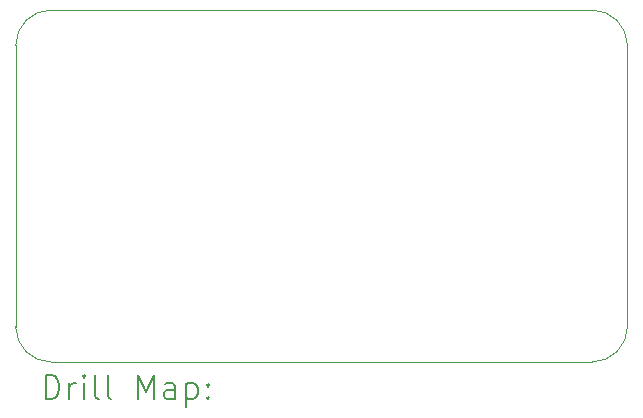
<source format=gbr>
%FSLAX45Y45*%
G04 Gerber Fmt 4.5, Leading zero omitted, Abs format (unit mm)*
G04 Created by KiCad (PCBNEW (6.0.2)) date 2022-09-28 01:25:34*
%MOMM*%
%LPD*%
G01*
G04 APERTURE LIST*
%TA.AperFunction,Profile*%
%ADD10C,0.050000*%
%TD*%
%ADD11C,0.200000*%
G04 APERTURE END LIST*
D10*
X15180000Y-9310000D02*
X15180000Y-11690000D01*
X15480000Y-11990000D02*
X20060000Y-11990000D01*
X15480000Y-9010000D02*
G75*
G03*
X15180000Y-9310000I0J-300000D01*
G01*
X20360000Y-9310000D02*
G75*
G03*
X20060000Y-9010000I-300000J0D01*
G01*
X20060000Y-11990000D02*
G75*
G03*
X20360000Y-11690000I0J300000D01*
G01*
X20060000Y-9010000D02*
X15480000Y-9010000D01*
X15180000Y-11690000D02*
G75*
G03*
X15480000Y-11990000I300000J0D01*
G01*
X20360000Y-11690000D02*
X20360000Y-9310000D01*
D11*
X15435119Y-12302976D02*
X15435119Y-12102976D01*
X15482738Y-12102976D01*
X15511309Y-12112500D01*
X15530357Y-12131548D01*
X15539881Y-12150595D01*
X15549405Y-12188690D01*
X15549405Y-12217262D01*
X15539881Y-12255357D01*
X15530357Y-12274405D01*
X15511309Y-12293452D01*
X15482738Y-12302976D01*
X15435119Y-12302976D01*
X15635119Y-12302976D02*
X15635119Y-12169643D01*
X15635119Y-12207738D02*
X15644643Y-12188690D01*
X15654167Y-12179167D01*
X15673214Y-12169643D01*
X15692262Y-12169643D01*
X15758928Y-12302976D02*
X15758928Y-12169643D01*
X15758928Y-12102976D02*
X15749405Y-12112500D01*
X15758928Y-12122024D01*
X15768452Y-12112500D01*
X15758928Y-12102976D01*
X15758928Y-12122024D01*
X15882738Y-12302976D02*
X15863690Y-12293452D01*
X15854167Y-12274405D01*
X15854167Y-12102976D01*
X15987500Y-12302976D02*
X15968452Y-12293452D01*
X15958928Y-12274405D01*
X15958928Y-12102976D01*
X16216071Y-12302976D02*
X16216071Y-12102976D01*
X16282738Y-12245833D01*
X16349405Y-12102976D01*
X16349405Y-12302976D01*
X16530357Y-12302976D02*
X16530357Y-12198214D01*
X16520833Y-12179167D01*
X16501786Y-12169643D01*
X16463690Y-12169643D01*
X16444643Y-12179167D01*
X16530357Y-12293452D02*
X16511309Y-12302976D01*
X16463690Y-12302976D01*
X16444643Y-12293452D01*
X16435119Y-12274405D01*
X16435119Y-12255357D01*
X16444643Y-12236309D01*
X16463690Y-12226786D01*
X16511309Y-12226786D01*
X16530357Y-12217262D01*
X16625595Y-12169643D02*
X16625595Y-12369643D01*
X16625595Y-12179167D02*
X16644643Y-12169643D01*
X16682738Y-12169643D01*
X16701786Y-12179167D01*
X16711309Y-12188690D01*
X16720833Y-12207738D01*
X16720833Y-12264881D01*
X16711309Y-12283928D01*
X16701786Y-12293452D01*
X16682738Y-12302976D01*
X16644643Y-12302976D01*
X16625595Y-12293452D01*
X16806548Y-12283928D02*
X16816071Y-12293452D01*
X16806548Y-12302976D01*
X16797024Y-12293452D01*
X16806548Y-12283928D01*
X16806548Y-12302976D01*
X16806548Y-12179167D02*
X16816071Y-12188690D01*
X16806548Y-12198214D01*
X16797024Y-12188690D01*
X16806548Y-12179167D01*
X16806548Y-12198214D01*
M02*

</source>
